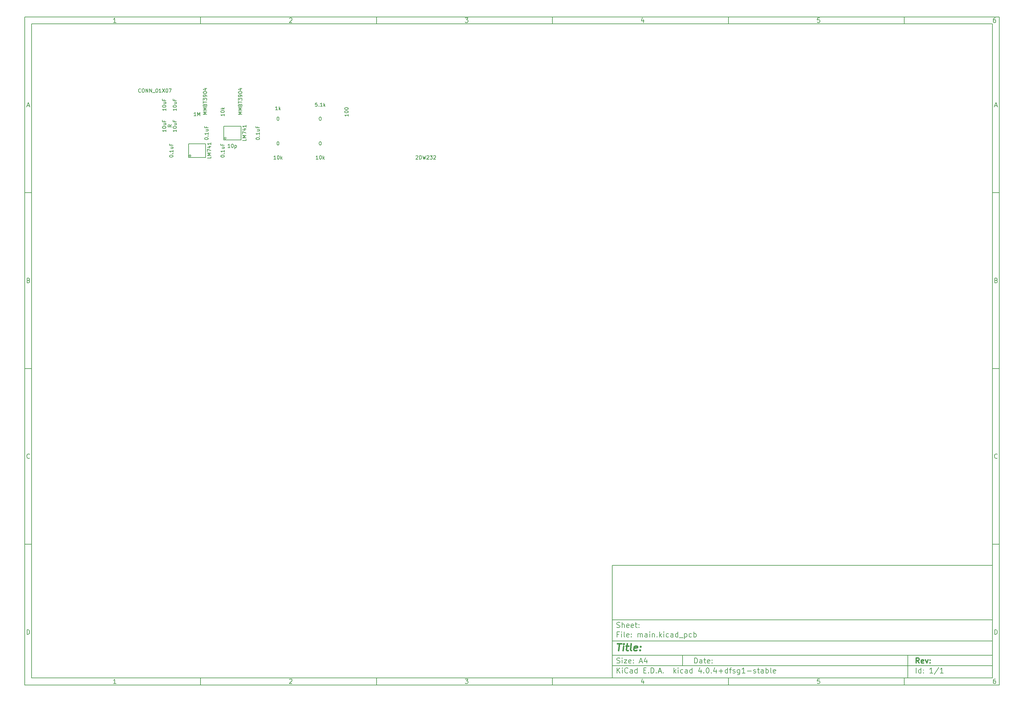
<source format=gbr>
G04 #@! TF.FileFunction,Other,Fab,Top*
%FSLAX46Y46*%
G04 Gerber Fmt 4.6, Leading zero omitted, Abs format (unit mm)*
G04 Created by KiCad (PCBNEW 4.0.4+dfsg1-stable) date Wed Feb 15 14:40:24 2017*
%MOMM*%
%LPD*%
G01*
G04 APERTURE LIST*
%ADD10C,0.100000*%
%ADD11C,0.150000*%
%ADD12C,0.300000*%
%ADD13C,0.400000*%
G04 APERTURE END LIST*
D10*
D11*
X177002200Y-166007200D02*
X177002200Y-198007200D01*
X285002200Y-198007200D01*
X285002200Y-166007200D01*
X177002200Y-166007200D01*
D10*
D11*
X10000000Y-10000000D02*
X10000000Y-200007200D01*
X287002200Y-200007200D01*
X287002200Y-10000000D01*
X10000000Y-10000000D01*
D10*
D11*
X12000000Y-12000000D02*
X12000000Y-198007200D01*
X285002200Y-198007200D01*
X285002200Y-12000000D01*
X12000000Y-12000000D01*
D10*
D11*
X60000000Y-12000000D02*
X60000000Y-10000000D01*
D10*
D11*
X110000000Y-12000000D02*
X110000000Y-10000000D01*
D10*
D11*
X160000000Y-12000000D02*
X160000000Y-10000000D01*
D10*
D11*
X210000000Y-12000000D02*
X210000000Y-10000000D01*
D10*
D11*
X260000000Y-12000000D02*
X260000000Y-10000000D01*
D10*
D11*
X35990476Y-11588095D02*
X35247619Y-11588095D01*
X35619048Y-11588095D02*
X35619048Y-10288095D01*
X35495238Y-10473810D01*
X35371429Y-10597619D01*
X35247619Y-10659524D01*
D10*
D11*
X85247619Y-10411905D02*
X85309524Y-10350000D01*
X85433333Y-10288095D01*
X85742857Y-10288095D01*
X85866667Y-10350000D01*
X85928571Y-10411905D01*
X85990476Y-10535714D01*
X85990476Y-10659524D01*
X85928571Y-10845238D01*
X85185714Y-11588095D01*
X85990476Y-11588095D01*
D10*
D11*
X135185714Y-10288095D02*
X135990476Y-10288095D01*
X135557143Y-10783333D01*
X135742857Y-10783333D01*
X135866667Y-10845238D01*
X135928571Y-10907143D01*
X135990476Y-11030952D01*
X135990476Y-11340476D01*
X135928571Y-11464286D01*
X135866667Y-11526190D01*
X135742857Y-11588095D01*
X135371429Y-11588095D01*
X135247619Y-11526190D01*
X135185714Y-11464286D01*
D10*
D11*
X185866667Y-10721429D02*
X185866667Y-11588095D01*
X185557143Y-10226190D02*
X185247619Y-11154762D01*
X186052381Y-11154762D01*
D10*
D11*
X235928571Y-10288095D02*
X235309524Y-10288095D01*
X235247619Y-10907143D01*
X235309524Y-10845238D01*
X235433333Y-10783333D01*
X235742857Y-10783333D01*
X235866667Y-10845238D01*
X235928571Y-10907143D01*
X235990476Y-11030952D01*
X235990476Y-11340476D01*
X235928571Y-11464286D01*
X235866667Y-11526190D01*
X235742857Y-11588095D01*
X235433333Y-11588095D01*
X235309524Y-11526190D01*
X235247619Y-11464286D01*
D10*
D11*
X285866667Y-10288095D02*
X285619048Y-10288095D01*
X285495238Y-10350000D01*
X285433333Y-10411905D01*
X285309524Y-10597619D01*
X285247619Y-10845238D01*
X285247619Y-11340476D01*
X285309524Y-11464286D01*
X285371429Y-11526190D01*
X285495238Y-11588095D01*
X285742857Y-11588095D01*
X285866667Y-11526190D01*
X285928571Y-11464286D01*
X285990476Y-11340476D01*
X285990476Y-11030952D01*
X285928571Y-10907143D01*
X285866667Y-10845238D01*
X285742857Y-10783333D01*
X285495238Y-10783333D01*
X285371429Y-10845238D01*
X285309524Y-10907143D01*
X285247619Y-11030952D01*
D10*
D11*
X60000000Y-198007200D02*
X60000000Y-200007200D01*
D10*
D11*
X110000000Y-198007200D02*
X110000000Y-200007200D01*
D10*
D11*
X160000000Y-198007200D02*
X160000000Y-200007200D01*
D10*
D11*
X210000000Y-198007200D02*
X210000000Y-200007200D01*
D10*
D11*
X260000000Y-198007200D02*
X260000000Y-200007200D01*
D10*
D11*
X35990476Y-199595295D02*
X35247619Y-199595295D01*
X35619048Y-199595295D02*
X35619048Y-198295295D01*
X35495238Y-198481010D01*
X35371429Y-198604819D01*
X35247619Y-198666724D01*
D10*
D11*
X85247619Y-198419105D02*
X85309524Y-198357200D01*
X85433333Y-198295295D01*
X85742857Y-198295295D01*
X85866667Y-198357200D01*
X85928571Y-198419105D01*
X85990476Y-198542914D01*
X85990476Y-198666724D01*
X85928571Y-198852438D01*
X85185714Y-199595295D01*
X85990476Y-199595295D01*
D10*
D11*
X135185714Y-198295295D02*
X135990476Y-198295295D01*
X135557143Y-198790533D01*
X135742857Y-198790533D01*
X135866667Y-198852438D01*
X135928571Y-198914343D01*
X135990476Y-199038152D01*
X135990476Y-199347676D01*
X135928571Y-199471486D01*
X135866667Y-199533390D01*
X135742857Y-199595295D01*
X135371429Y-199595295D01*
X135247619Y-199533390D01*
X135185714Y-199471486D01*
D10*
D11*
X185866667Y-198728629D02*
X185866667Y-199595295D01*
X185557143Y-198233390D02*
X185247619Y-199161962D01*
X186052381Y-199161962D01*
D10*
D11*
X235928571Y-198295295D02*
X235309524Y-198295295D01*
X235247619Y-198914343D01*
X235309524Y-198852438D01*
X235433333Y-198790533D01*
X235742857Y-198790533D01*
X235866667Y-198852438D01*
X235928571Y-198914343D01*
X235990476Y-199038152D01*
X235990476Y-199347676D01*
X235928571Y-199471486D01*
X235866667Y-199533390D01*
X235742857Y-199595295D01*
X235433333Y-199595295D01*
X235309524Y-199533390D01*
X235247619Y-199471486D01*
D10*
D11*
X285866667Y-198295295D02*
X285619048Y-198295295D01*
X285495238Y-198357200D01*
X285433333Y-198419105D01*
X285309524Y-198604819D01*
X285247619Y-198852438D01*
X285247619Y-199347676D01*
X285309524Y-199471486D01*
X285371429Y-199533390D01*
X285495238Y-199595295D01*
X285742857Y-199595295D01*
X285866667Y-199533390D01*
X285928571Y-199471486D01*
X285990476Y-199347676D01*
X285990476Y-199038152D01*
X285928571Y-198914343D01*
X285866667Y-198852438D01*
X285742857Y-198790533D01*
X285495238Y-198790533D01*
X285371429Y-198852438D01*
X285309524Y-198914343D01*
X285247619Y-199038152D01*
D10*
D11*
X10000000Y-60000000D02*
X12000000Y-60000000D01*
D10*
D11*
X10000000Y-110000000D02*
X12000000Y-110000000D01*
D10*
D11*
X10000000Y-160000000D02*
X12000000Y-160000000D01*
D10*
D11*
X10690476Y-35216667D02*
X11309524Y-35216667D01*
X10566667Y-35588095D02*
X11000000Y-34288095D01*
X11433333Y-35588095D01*
D10*
D11*
X11092857Y-84907143D02*
X11278571Y-84969048D01*
X11340476Y-85030952D01*
X11402381Y-85154762D01*
X11402381Y-85340476D01*
X11340476Y-85464286D01*
X11278571Y-85526190D01*
X11154762Y-85588095D01*
X10659524Y-85588095D01*
X10659524Y-84288095D01*
X11092857Y-84288095D01*
X11216667Y-84350000D01*
X11278571Y-84411905D01*
X11340476Y-84535714D01*
X11340476Y-84659524D01*
X11278571Y-84783333D01*
X11216667Y-84845238D01*
X11092857Y-84907143D01*
X10659524Y-84907143D01*
D10*
D11*
X11402381Y-135464286D02*
X11340476Y-135526190D01*
X11154762Y-135588095D01*
X11030952Y-135588095D01*
X10845238Y-135526190D01*
X10721429Y-135402381D01*
X10659524Y-135278571D01*
X10597619Y-135030952D01*
X10597619Y-134845238D01*
X10659524Y-134597619D01*
X10721429Y-134473810D01*
X10845238Y-134350000D01*
X11030952Y-134288095D01*
X11154762Y-134288095D01*
X11340476Y-134350000D01*
X11402381Y-134411905D01*
D10*
D11*
X10659524Y-185588095D02*
X10659524Y-184288095D01*
X10969048Y-184288095D01*
X11154762Y-184350000D01*
X11278571Y-184473810D01*
X11340476Y-184597619D01*
X11402381Y-184845238D01*
X11402381Y-185030952D01*
X11340476Y-185278571D01*
X11278571Y-185402381D01*
X11154762Y-185526190D01*
X10969048Y-185588095D01*
X10659524Y-185588095D01*
D10*
D11*
X287002200Y-60000000D02*
X285002200Y-60000000D01*
D10*
D11*
X287002200Y-110000000D02*
X285002200Y-110000000D01*
D10*
D11*
X287002200Y-160000000D02*
X285002200Y-160000000D01*
D10*
D11*
X285692676Y-35216667D02*
X286311724Y-35216667D01*
X285568867Y-35588095D02*
X286002200Y-34288095D01*
X286435533Y-35588095D01*
D10*
D11*
X286095057Y-84907143D02*
X286280771Y-84969048D01*
X286342676Y-85030952D01*
X286404581Y-85154762D01*
X286404581Y-85340476D01*
X286342676Y-85464286D01*
X286280771Y-85526190D01*
X286156962Y-85588095D01*
X285661724Y-85588095D01*
X285661724Y-84288095D01*
X286095057Y-84288095D01*
X286218867Y-84350000D01*
X286280771Y-84411905D01*
X286342676Y-84535714D01*
X286342676Y-84659524D01*
X286280771Y-84783333D01*
X286218867Y-84845238D01*
X286095057Y-84907143D01*
X285661724Y-84907143D01*
D10*
D11*
X286404581Y-135464286D02*
X286342676Y-135526190D01*
X286156962Y-135588095D01*
X286033152Y-135588095D01*
X285847438Y-135526190D01*
X285723629Y-135402381D01*
X285661724Y-135278571D01*
X285599819Y-135030952D01*
X285599819Y-134845238D01*
X285661724Y-134597619D01*
X285723629Y-134473810D01*
X285847438Y-134350000D01*
X286033152Y-134288095D01*
X286156962Y-134288095D01*
X286342676Y-134350000D01*
X286404581Y-134411905D01*
D10*
D11*
X285661724Y-185588095D02*
X285661724Y-184288095D01*
X285971248Y-184288095D01*
X286156962Y-184350000D01*
X286280771Y-184473810D01*
X286342676Y-184597619D01*
X286404581Y-184845238D01*
X286404581Y-185030952D01*
X286342676Y-185278571D01*
X286280771Y-185402381D01*
X286156962Y-185526190D01*
X285971248Y-185588095D01*
X285661724Y-185588095D01*
D10*
D11*
X200359343Y-193785771D02*
X200359343Y-192285771D01*
X200716486Y-192285771D01*
X200930771Y-192357200D01*
X201073629Y-192500057D01*
X201145057Y-192642914D01*
X201216486Y-192928629D01*
X201216486Y-193142914D01*
X201145057Y-193428629D01*
X201073629Y-193571486D01*
X200930771Y-193714343D01*
X200716486Y-193785771D01*
X200359343Y-193785771D01*
X202502200Y-193785771D02*
X202502200Y-193000057D01*
X202430771Y-192857200D01*
X202287914Y-192785771D01*
X202002200Y-192785771D01*
X201859343Y-192857200D01*
X202502200Y-193714343D02*
X202359343Y-193785771D01*
X202002200Y-193785771D01*
X201859343Y-193714343D01*
X201787914Y-193571486D01*
X201787914Y-193428629D01*
X201859343Y-193285771D01*
X202002200Y-193214343D01*
X202359343Y-193214343D01*
X202502200Y-193142914D01*
X203002200Y-192785771D02*
X203573629Y-192785771D01*
X203216486Y-192285771D02*
X203216486Y-193571486D01*
X203287914Y-193714343D01*
X203430772Y-193785771D01*
X203573629Y-193785771D01*
X204645057Y-193714343D02*
X204502200Y-193785771D01*
X204216486Y-193785771D01*
X204073629Y-193714343D01*
X204002200Y-193571486D01*
X204002200Y-193000057D01*
X204073629Y-192857200D01*
X204216486Y-192785771D01*
X204502200Y-192785771D01*
X204645057Y-192857200D01*
X204716486Y-193000057D01*
X204716486Y-193142914D01*
X204002200Y-193285771D01*
X205359343Y-193642914D02*
X205430771Y-193714343D01*
X205359343Y-193785771D01*
X205287914Y-193714343D01*
X205359343Y-193642914D01*
X205359343Y-193785771D01*
X205359343Y-192857200D02*
X205430771Y-192928629D01*
X205359343Y-193000057D01*
X205287914Y-192928629D01*
X205359343Y-192857200D01*
X205359343Y-193000057D01*
D10*
D11*
X177002200Y-194507200D02*
X285002200Y-194507200D01*
D10*
D11*
X178359343Y-196585771D02*
X178359343Y-195085771D01*
X179216486Y-196585771D02*
X178573629Y-195728629D01*
X179216486Y-195085771D02*
X178359343Y-195942914D01*
X179859343Y-196585771D02*
X179859343Y-195585771D01*
X179859343Y-195085771D02*
X179787914Y-195157200D01*
X179859343Y-195228629D01*
X179930771Y-195157200D01*
X179859343Y-195085771D01*
X179859343Y-195228629D01*
X181430772Y-196442914D02*
X181359343Y-196514343D01*
X181145057Y-196585771D01*
X181002200Y-196585771D01*
X180787915Y-196514343D01*
X180645057Y-196371486D01*
X180573629Y-196228629D01*
X180502200Y-195942914D01*
X180502200Y-195728629D01*
X180573629Y-195442914D01*
X180645057Y-195300057D01*
X180787915Y-195157200D01*
X181002200Y-195085771D01*
X181145057Y-195085771D01*
X181359343Y-195157200D01*
X181430772Y-195228629D01*
X182716486Y-196585771D02*
X182716486Y-195800057D01*
X182645057Y-195657200D01*
X182502200Y-195585771D01*
X182216486Y-195585771D01*
X182073629Y-195657200D01*
X182716486Y-196514343D02*
X182573629Y-196585771D01*
X182216486Y-196585771D01*
X182073629Y-196514343D01*
X182002200Y-196371486D01*
X182002200Y-196228629D01*
X182073629Y-196085771D01*
X182216486Y-196014343D01*
X182573629Y-196014343D01*
X182716486Y-195942914D01*
X184073629Y-196585771D02*
X184073629Y-195085771D01*
X184073629Y-196514343D02*
X183930772Y-196585771D01*
X183645058Y-196585771D01*
X183502200Y-196514343D01*
X183430772Y-196442914D01*
X183359343Y-196300057D01*
X183359343Y-195871486D01*
X183430772Y-195728629D01*
X183502200Y-195657200D01*
X183645058Y-195585771D01*
X183930772Y-195585771D01*
X184073629Y-195657200D01*
X185930772Y-195800057D02*
X186430772Y-195800057D01*
X186645058Y-196585771D02*
X185930772Y-196585771D01*
X185930772Y-195085771D01*
X186645058Y-195085771D01*
X187287915Y-196442914D02*
X187359343Y-196514343D01*
X187287915Y-196585771D01*
X187216486Y-196514343D01*
X187287915Y-196442914D01*
X187287915Y-196585771D01*
X188002201Y-196585771D02*
X188002201Y-195085771D01*
X188359344Y-195085771D01*
X188573629Y-195157200D01*
X188716487Y-195300057D01*
X188787915Y-195442914D01*
X188859344Y-195728629D01*
X188859344Y-195942914D01*
X188787915Y-196228629D01*
X188716487Y-196371486D01*
X188573629Y-196514343D01*
X188359344Y-196585771D01*
X188002201Y-196585771D01*
X189502201Y-196442914D02*
X189573629Y-196514343D01*
X189502201Y-196585771D01*
X189430772Y-196514343D01*
X189502201Y-196442914D01*
X189502201Y-196585771D01*
X190145058Y-196157200D02*
X190859344Y-196157200D01*
X190002201Y-196585771D02*
X190502201Y-195085771D01*
X191002201Y-196585771D01*
X191502201Y-196442914D02*
X191573629Y-196514343D01*
X191502201Y-196585771D01*
X191430772Y-196514343D01*
X191502201Y-196442914D01*
X191502201Y-196585771D01*
X194502201Y-196585771D02*
X194502201Y-195085771D01*
X194645058Y-196014343D02*
X195073629Y-196585771D01*
X195073629Y-195585771D02*
X194502201Y-196157200D01*
X195716487Y-196585771D02*
X195716487Y-195585771D01*
X195716487Y-195085771D02*
X195645058Y-195157200D01*
X195716487Y-195228629D01*
X195787915Y-195157200D01*
X195716487Y-195085771D01*
X195716487Y-195228629D01*
X197073630Y-196514343D02*
X196930773Y-196585771D01*
X196645059Y-196585771D01*
X196502201Y-196514343D01*
X196430773Y-196442914D01*
X196359344Y-196300057D01*
X196359344Y-195871486D01*
X196430773Y-195728629D01*
X196502201Y-195657200D01*
X196645059Y-195585771D01*
X196930773Y-195585771D01*
X197073630Y-195657200D01*
X198359344Y-196585771D02*
X198359344Y-195800057D01*
X198287915Y-195657200D01*
X198145058Y-195585771D01*
X197859344Y-195585771D01*
X197716487Y-195657200D01*
X198359344Y-196514343D02*
X198216487Y-196585771D01*
X197859344Y-196585771D01*
X197716487Y-196514343D01*
X197645058Y-196371486D01*
X197645058Y-196228629D01*
X197716487Y-196085771D01*
X197859344Y-196014343D01*
X198216487Y-196014343D01*
X198359344Y-195942914D01*
X199716487Y-196585771D02*
X199716487Y-195085771D01*
X199716487Y-196514343D02*
X199573630Y-196585771D01*
X199287916Y-196585771D01*
X199145058Y-196514343D01*
X199073630Y-196442914D01*
X199002201Y-196300057D01*
X199002201Y-195871486D01*
X199073630Y-195728629D01*
X199145058Y-195657200D01*
X199287916Y-195585771D01*
X199573630Y-195585771D01*
X199716487Y-195657200D01*
X202216487Y-195585771D02*
X202216487Y-196585771D01*
X201859344Y-195014343D02*
X201502201Y-196085771D01*
X202430773Y-196085771D01*
X203002201Y-196442914D02*
X203073629Y-196514343D01*
X203002201Y-196585771D01*
X202930772Y-196514343D01*
X203002201Y-196442914D01*
X203002201Y-196585771D01*
X204002201Y-195085771D02*
X204145058Y-195085771D01*
X204287915Y-195157200D01*
X204359344Y-195228629D01*
X204430773Y-195371486D01*
X204502201Y-195657200D01*
X204502201Y-196014343D01*
X204430773Y-196300057D01*
X204359344Y-196442914D01*
X204287915Y-196514343D01*
X204145058Y-196585771D01*
X204002201Y-196585771D01*
X203859344Y-196514343D01*
X203787915Y-196442914D01*
X203716487Y-196300057D01*
X203645058Y-196014343D01*
X203645058Y-195657200D01*
X203716487Y-195371486D01*
X203787915Y-195228629D01*
X203859344Y-195157200D01*
X204002201Y-195085771D01*
X205145058Y-196442914D02*
X205216486Y-196514343D01*
X205145058Y-196585771D01*
X205073629Y-196514343D01*
X205145058Y-196442914D01*
X205145058Y-196585771D01*
X206502201Y-195585771D02*
X206502201Y-196585771D01*
X206145058Y-195014343D02*
X205787915Y-196085771D01*
X206716487Y-196085771D01*
X207287915Y-196014343D02*
X208430772Y-196014343D01*
X207859343Y-196585771D02*
X207859343Y-195442914D01*
X209787915Y-196585771D02*
X209787915Y-195085771D01*
X209787915Y-196514343D02*
X209645058Y-196585771D01*
X209359344Y-196585771D01*
X209216486Y-196514343D01*
X209145058Y-196442914D01*
X209073629Y-196300057D01*
X209073629Y-195871486D01*
X209145058Y-195728629D01*
X209216486Y-195657200D01*
X209359344Y-195585771D01*
X209645058Y-195585771D01*
X209787915Y-195657200D01*
X210287915Y-195585771D02*
X210859344Y-195585771D01*
X210502201Y-196585771D02*
X210502201Y-195300057D01*
X210573629Y-195157200D01*
X210716487Y-195085771D01*
X210859344Y-195085771D01*
X211287915Y-196514343D02*
X211430772Y-196585771D01*
X211716487Y-196585771D01*
X211859344Y-196514343D01*
X211930772Y-196371486D01*
X211930772Y-196300057D01*
X211859344Y-196157200D01*
X211716487Y-196085771D01*
X211502201Y-196085771D01*
X211359344Y-196014343D01*
X211287915Y-195871486D01*
X211287915Y-195800057D01*
X211359344Y-195657200D01*
X211502201Y-195585771D01*
X211716487Y-195585771D01*
X211859344Y-195657200D01*
X213216487Y-195585771D02*
X213216487Y-196800057D01*
X213145058Y-196942914D01*
X213073630Y-197014343D01*
X212930773Y-197085771D01*
X212716487Y-197085771D01*
X212573630Y-197014343D01*
X213216487Y-196514343D02*
X213073630Y-196585771D01*
X212787916Y-196585771D01*
X212645058Y-196514343D01*
X212573630Y-196442914D01*
X212502201Y-196300057D01*
X212502201Y-195871486D01*
X212573630Y-195728629D01*
X212645058Y-195657200D01*
X212787916Y-195585771D01*
X213073630Y-195585771D01*
X213216487Y-195657200D01*
X214716487Y-196585771D02*
X213859344Y-196585771D01*
X214287916Y-196585771D02*
X214287916Y-195085771D01*
X214145059Y-195300057D01*
X214002201Y-195442914D01*
X213859344Y-195514343D01*
X215359344Y-196014343D02*
X216502201Y-196014343D01*
X217145058Y-196514343D02*
X217287915Y-196585771D01*
X217573630Y-196585771D01*
X217716487Y-196514343D01*
X217787915Y-196371486D01*
X217787915Y-196300057D01*
X217716487Y-196157200D01*
X217573630Y-196085771D01*
X217359344Y-196085771D01*
X217216487Y-196014343D01*
X217145058Y-195871486D01*
X217145058Y-195800057D01*
X217216487Y-195657200D01*
X217359344Y-195585771D01*
X217573630Y-195585771D01*
X217716487Y-195657200D01*
X218216487Y-195585771D02*
X218787916Y-195585771D01*
X218430773Y-195085771D02*
X218430773Y-196371486D01*
X218502201Y-196514343D01*
X218645059Y-196585771D01*
X218787916Y-196585771D01*
X219930773Y-196585771D02*
X219930773Y-195800057D01*
X219859344Y-195657200D01*
X219716487Y-195585771D01*
X219430773Y-195585771D01*
X219287916Y-195657200D01*
X219930773Y-196514343D02*
X219787916Y-196585771D01*
X219430773Y-196585771D01*
X219287916Y-196514343D01*
X219216487Y-196371486D01*
X219216487Y-196228629D01*
X219287916Y-196085771D01*
X219430773Y-196014343D01*
X219787916Y-196014343D01*
X219930773Y-195942914D01*
X220645059Y-196585771D02*
X220645059Y-195085771D01*
X220645059Y-195657200D02*
X220787916Y-195585771D01*
X221073630Y-195585771D01*
X221216487Y-195657200D01*
X221287916Y-195728629D01*
X221359345Y-195871486D01*
X221359345Y-196300057D01*
X221287916Y-196442914D01*
X221216487Y-196514343D01*
X221073630Y-196585771D01*
X220787916Y-196585771D01*
X220645059Y-196514343D01*
X222216488Y-196585771D02*
X222073630Y-196514343D01*
X222002202Y-196371486D01*
X222002202Y-195085771D01*
X223359344Y-196514343D02*
X223216487Y-196585771D01*
X222930773Y-196585771D01*
X222787916Y-196514343D01*
X222716487Y-196371486D01*
X222716487Y-195800057D01*
X222787916Y-195657200D01*
X222930773Y-195585771D01*
X223216487Y-195585771D01*
X223359344Y-195657200D01*
X223430773Y-195800057D01*
X223430773Y-195942914D01*
X222716487Y-196085771D01*
D10*
D11*
X177002200Y-191507200D02*
X285002200Y-191507200D01*
D10*
D12*
X264216486Y-193785771D02*
X263716486Y-193071486D01*
X263359343Y-193785771D02*
X263359343Y-192285771D01*
X263930771Y-192285771D01*
X264073629Y-192357200D01*
X264145057Y-192428629D01*
X264216486Y-192571486D01*
X264216486Y-192785771D01*
X264145057Y-192928629D01*
X264073629Y-193000057D01*
X263930771Y-193071486D01*
X263359343Y-193071486D01*
X265430771Y-193714343D02*
X265287914Y-193785771D01*
X265002200Y-193785771D01*
X264859343Y-193714343D01*
X264787914Y-193571486D01*
X264787914Y-193000057D01*
X264859343Y-192857200D01*
X265002200Y-192785771D01*
X265287914Y-192785771D01*
X265430771Y-192857200D01*
X265502200Y-193000057D01*
X265502200Y-193142914D01*
X264787914Y-193285771D01*
X266002200Y-192785771D02*
X266359343Y-193785771D01*
X266716485Y-192785771D01*
X267287914Y-193642914D02*
X267359342Y-193714343D01*
X267287914Y-193785771D01*
X267216485Y-193714343D01*
X267287914Y-193642914D01*
X267287914Y-193785771D01*
X267287914Y-192857200D02*
X267359342Y-192928629D01*
X267287914Y-193000057D01*
X267216485Y-192928629D01*
X267287914Y-192857200D01*
X267287914Y-193000057D01*
D10*
D11*
X178287914Y-193714343D02*
X178502200Y-193785771D01*
X178859343Y-193785771D01*
X179002200Y-193714343D01*
X179073629Y-193642914D01*
X179145057Y-193500057D01*
X179145057Y-193357200D01*
X179073629Y-193214343D01*
X179002200Y-193142914D01*
X178859343Y-193071486D01*
X178573629Y-193000057D01*
X178430771Y-192928629D01*
X178359343Y-192857200D01*
X178287914Y-192714343D01*
X178287914Y-192571486D01*
X178359343Y-192428629D01*
X178430771Y-192357200D01*
X178573629Y-192285771D01*
X178930771Y-192285771D01*
X179145057Y-192357200D01*
X179787914Y-193785771D02*
X179787914Y-192785771D01*
X179787914Y-192285771D02*
X179716485Y-192357200D01*
X179787914Y-192428629D01*
X179859342Y-192357200D01*
X179787914Y-192285771D01*
X179787914Y-192428629D01*
X180359343Y-192785771D02*
X181145057Y-192785771D01*
X180359343Y-193785771D01*
X181145057Y-193785771D01*
X182287914Y-193714343D02*
X182145057Y-193785771D01*
X181859343Y-193785771D01*
X181716486Y-193714343D01*
X181645057Y-193571486D01*
X181645057Y-193000057D01*
X181716486Y-192857200D01*
X181859343Y-192785771D01*
X182145057Y-192785771D01*
X182287914Y-192857200D01*
X182359343Y-193000057D01*
X182359343Y-193142914D01*
X181645057Y-193285771D01*
X183002200Y-193642914D02*
X183073628Y-193714343D01*
X183002200Y-193785771D01*
X182930771Y-193714343D01*
X183002200Y-193642914D01*
X183002200Y-193785771D01*
X183002200Y-192857200D02*
X183073628Y-192928629D01*
X183002200Y-193000057D01*
X182930771Y-192928629D01*
X183002200Y-192857200D01*
X183002200Y-193000057D01*
X184787914Y-193357200D02*
X185502200Y-193357200D01*
X184645057Y-193785771D02*
X185145057Y-192285771D01*
X185645057Y-193785771D01*
X186787914Y-192785771D02*
X186787914Y-193785771D01*
X186430771Y-192214343D02*
X186073628Y-193285771D01*
X187002200Y-193285771D01*
D10*
D11*
X263359343Y-196585771D02*
X263359343Y-195085771D01*
X264716486Y-196585771D02*
X264716486Y-195085771D01*
X264716486Y-196514343D02*
X264573629Y-196585771D01*
X264287915Y-196585771D01*
X264145057Y-196514343D01*
X264073629Y-196442914D01*
X264002200Y-196300057D01*
X264002200Y-195871486D01*
X264073629Y-195728629D01*
X264145057Y-195657200D01*
X264287915Y-195585771D01*
X264573629Y-195585771D01*
X264716486Y-195657200D01*
X265430772Y-196442914D02*
X265502200Y-196514343D01*
X265430772Y-196585771D01*
X265359343Y-196514343D01*
X265430772Y-196442914D01*
X265430772Y-196585771D01*
X265430772Y-195657200D02*
X265502200Y-195728629D01*
X265430772Y-195800057D01*
X265359343Y-195728629D01*
X265430772Y-195657200D01*
X265430772Y-195800057D01*
X268073629Y-196585771D02*
X267216486Y-196585771D01*
X267645058Y-196585771D02*
X267645058Y-195085771D01*
X267502201Y-195300057D01*
X267359343Y-195442914D01*
X267216486Y-195514343D01*
X269787914Y-195014343D02*
X268502200Y-196942914D01*
X271073629Y-196585771D02*
X270216486Y-196585771D01*
X270645058Y-196585771D02*
X270645058Y-195085771D01*
X270502201Y-195300057D01*
X270359343Y-195442914D01*
X270216486Y-195514343D01*
D10*
D11*
X177002200Y-187507200D02*
X285002200Y-187507200D01*
D10*
D13*
X178454581Y-188211962D02*
X179597438Y-188211962D01*
X178776010Y-190211962D02*
X179026010Y-188211962D01*
X180014105Y-190211962D02*
X180180771Y-188878629D01*
X180264105Y-188211962D02*
X180156962Y-188307200D01*
X180240295Y-188402438D01*
X180347439Y-188307200D01*
X180264105Y-188211962D01*
X180240295Y-188402438D01*
X180847438Y-188878629D02*
X181609343Y-188878629D01*
X181216486Y-188211962D02*
X181002200Y-189926248D01*
X181073630Y-190116724D01*
X181252201Y-190211962D01*
X181442677Y-190211962D01*
X182395058Y-190211962D02*
X182216487Y-190116724D01*
X182145057Y-189926248D01*
X182359343Y-188211962D01*
X183930772Y-190116724D02*
X183728391Y-190211962D01*
X183347439Y-190211962D01*
X183168867Y-190116724D01*
X183097438Y-189926248D01*
X183192676Y-189164343D01*
X183311724Y-188973867D01*
X183514105Y-188878629D01*
X183895057Y-188878629D01*
X184073629Y-188973867D01*
X184145057Y-189164343D01*
X184121248Y-189354819D01*
X183145057Y-189545295D01*
X184895057Y-190021486D02*
X184978392Y-190116724D01*
X184871248Y-190211962D01*
X184787915Y-190116724D01*
X184895057Y-190021486D01*
X184871248Y-190211962D01*
X185026010Y-188973867D02*
X185109344Y-189069105D01*
X185002200Y-189164343D01*
X184918867Y-189069105D01*
X185026010Y-188973867D01*
X185002200Y-189164343D01*
D10*
D11*
X178859343Y-185600057D02*
X178359343Y-185600057D01*
X178359343Y-186385771D02*
X178359343Y-184885771D01*
X179073629Y-184885771D01*
X179645057Y-186385771D02*
X179645057Y-185385771D01*
X179645057Y-184885771D02*
X179573628Y-184957200D01*
X179645057Y-185028629D01*
X179716485Y-184957200D01*
X179645057Y-184885771D01*
X179645057Y-185028629D01*
X180573629Y-186385771D02*
X180430771Y-186314343D01*
X180359343Y-186171486D01*
X180359343Y-184885771D01*
X181716485Y-186314343D02*
X181573628Y-186385771D01*
X181287914Y-186385771D01*
X181145057Y-186314343D01*
X181073628Y-186171486D01*
X181073628Y-185600057D01*
X181145057Y-185457200D01*
X181287914Y-185385771D01*
X181573628Y-185385771D01*
X181716485Y-185457200D01*
X181787914Y-185600057D01*
X181787914Y-185742914D01*
X181073628Y-185885771D01*
X182430771Y-186242914D02*
X182502199Y-186314343D01*
X182430771Y-186385771D01*
X182359342Y-186314343D01*
X182430771Y-186242914D01*
X182430771Y-186385771D01*
X182430771Y-185457200D02*
X182502199Y-185528629D01*
X182430771Y-185600057D01*
X182359342Y-185528629D01*
X182430771Y-185457200D01*
X182430771Y-185600057D01*
X184287914Y-186385771D02*
X184287914Y-185385771D01*
X184287914Y-185528629D02*
X184359342Y-185457200D01*
X184502200Y-185385771D01*
X184716485Y-185385771D01*
X184859342Y-185457200D01*
X184930771Y-185600057D01*
X184930771Y-186385771D01*
X184930771Y-185600057D02*
X185002200Y-185457200D01*
X185145057Y-185385771D01*
X185359342Y-185385771D01*
X185502200Y-185457200D01*
X185573628Y-185600057D01*
X185573628Y-186385771D01*
X186930771Y-186385771D02*
X186930771Y-185600057D01*
X186859342Y-185457200D01*
X186716485Y-185385771D01*
X186430771Y-185385771D01*
X186287914Y-185457200D01*
X186930771Y-186314343D02*
X186787914Y-186385771D01*
X186430771Y-186385771D01*
X186287914Y-186314343D01*
X186216485Y-186171486D01*
X186216485Y-186028629D01*
X186287914Y-185885771D01*
X186430771Y-185814343D01*
X186787914Y-185814343D01*
X186930771Y-185742914D01*
X187645057Y-186385771D02*
X187645057Y-185385771D01*
X187645057Y-184885771D02*
X187573628Y-184957200D01*
X187645057Y-185028629D01*
X187716485Y-184957200D01*
X187645057Y-184885771D01*
X187645057Y-185028629D01*
X188359343Y-185385771D02*
X188359343Y-186385771D01*
X188359343Y-185528629D02*
X188430771Y-185457200D01*
X188573629Y-185385771D01*
X188787914Y-185385771D01*
X188930771Y-185457200D01*
X189002200Y-185600057D01*
X189002200Y-186385771D01*
X189716486Y-186242914D02*
X189787914Y-186314343D01*
X189716486Y-186385771D01*
X189645057Y-186314343D01*
X189716486Y-186242914D01*
X189716486Y-186385771D01*
X190430772Y-186385771D02*
X190430772Y-184885771D01*
X190573629Y-185814343D02*
X191002200Y-186385771D01*
X191002200Y-185385771D02*
X190430772Y-185957200D01*
X191645058Y-186385771D02*
X191645058Y-185385771D01*
X191645058Y-184885771D02*
X191573629Y-184957200D01*
X191645058Y-185028629D01*
X191716486Y-184957200D01*
X191645058Y-184885771D01*
X191645058Y-185028629D01*
X193002201Y-186314343D02*
X192859344Y-186385771D01*
X192573630Y-186385771D01*
X192430772Y-186314343D01*
X192359344Y-186242914D01*
X192287915Y-186100057D01*
X192287915Y-185671486D01*
X192359344Y-185528629D01*
X192430772Y-185457200D01*
X192573630Y-185385771D01*
X192859344Y-185385771D01*
X193002201Y-185457200D01*
X194287915Y-186385771D02*
X194287915Y-185600057D01*
X194216486Y-185457200D01*
X194073629Y-185385771D01*
X193787915Y-185385771D01*
X193645058Y-185457200D01*
X194287915Y-186314343D02*
X194145058Y-186385771D01*
X193787915Y-186385771D01*
X193645058Y-186314343D01*
X193573629Y-186171486D01*
X193573629Y-186028629D01*
X193645058Y-185885771D01*
X193787915Y-185814343D01*
X194145058Y-185814343D01*
X194287915Y-185742914D01*
X195645058Y-186385771D02*
X195645058Y-184885771D01*
X195645058Y-186314343D02*
X195502201Y-186385771D01*
X195216487Y-186385771D01*
X195073629Y-186314343D01*
X195002201Y-186242914D01*
X194930772Y-186100057D01*
X194930772Y-185671486D01*
X195002201Y-185528629D01*
X195073629Y-185457200D01*
X195216487Y-185385771D01*
X195502201Y-185385771D01*
X195645058Y-185457200D01*
X196002201Y-186528629D02*
X197145058Y-186528629D01*
X197502201Y-185385771D02*
X197502201Y-186885771D01*
X197502201Y-185457200D02*
X197645058Y-185385771D01*
X197930772Y-185385771D01*
X198073629Y-185457200D01*
X198145058Y-185528629D01*
X198216487Y-185671486D01*
X198216487Y-186100057D01*
X198145058Y-186242914D01*
X198073629Y-186314343D01*
X197930772Y-186385771D01*
X197645058Y-186385771D01*
X197502201Y-186314343D01*
X199502201Y-186314343D02*
X199359344Y-186385771D01*
X199073630Y-186385771D01*
X198930772Y-186314343D01*
X198859344Y-186242914D01*
X198787915Y-186100057D01*
X198787915Y-185671486D01*
X198859344Y-185528629D01*
X198930772Y-185457200D01*
X199073630Y-185385771D01*
X199359344Y-185385771D01*
X199502201Y-185457200D01*
X200145058Y-186385771D02*
X200145058Y-184885771D01*
X200145058Y-185457200D02*
X200287915Y-185385771D01*
X200573629Y-185385771D01*
X200716486Y-185457200D01*
X200787915Y-185528629D01*
X200859344Y-185671486D01*
X200859344Y-186100057D01*
X200787915Y-186242914D01*
X200716486Y-186314343D01*
X200573629Y-186385771D01*
X200287915Y-186385771D01*
X200145058Y-186314343D01*
D10*
D11*
X177002200Y-181507200D02*
X285002200Y-181507200D01*
D10*
D11*
X178287914Y-183614343D02*
X178502200Y-183685771D01*
X178859343Y-183685771D01*
X179002200Y-183614343D01*
X179073629Y-183542914D01*
X179145057Y-183400057D01*
X179145057Y-183257200D01*
X179073629Y-183114343D01*
X179002200Y-183042914D01*
X178859343Y-182971486D01*
X178573629Y-182900057D01*
X178430771Y-182828629D01*
X178359343Y-182757200D01*
X178287914Y-182614343D01*
X178287914Y-182471486D01*
X178359343Y-182328629D01*
X178430771Y-182257200D01*
X178573629Y-182185771D01*
X178930771Y-182185771D01*
X179145057Y-182257200D01*
X179787914Y-183685771D02*
X179787914Y-182185771D01*
X180430771Y-183685771D02*
X180430771Y-182900057D01*
X180359342Y-182757200D01*
X180216485Y-182685771D01*
X180002200Y-182685771D01*
X179859342Y-182757200D01*
X179787914Y-182828629D01*
X181716485Y-183614343D02*
X181573628Y-183685771D01*
X181287914Y-183685771D01*
X181145057Y-183614343D01*
X181073628Y-183471486D01*
X181073628Y-182900057D01*
X181145057Y-182757200D01*
X181287914Y-182685771D01*
X181573628Y-182685771D01*
X181716485Y-182757200D01*
X181787914Y-182900057D01*
X181787914Y-183042914D01*
X181073628Y-183185771D01*
X183002199Y-183614343D02*
X182859342Y-183685771D01*
X182573628Y-183685771D01*
X182430771Y-183614343D01*
X182359342Y-183471486D01*
X182359342Y-182900057D01*
X182430771Y-182757200D01*
X182573628Y-182685771D01*
X182859342Y-182685771D01*
X183002199Y-182757200D01*
X183073628Y-182900057D01*
X183073628Y-183042914D01*
X182359342Y-183185771D01*
X183502199Y-182685771D02*
X184073628Y-182685771D01*
X183716485Y-182185771D02*
X183716485Y-183471486D01*
X183787913Y-183614343D01*
X183930771Y-183685771D01*
X184073628Y-183685771D01*
X184573628Y-183542914D02*
X184645056Y-183614343D01*
X184573628Y-183685771D01*
X184502199Y-183614343D01*
X184573628Y-183542914D01*
X184573628Y-183685771D01*
X184573628Y-182757200D02*
X184645056Y-182828629D01*
X184573628Y-182900057D01*
X184502199Y-182828629D01*
X184573628Y-182757200D01*
X184573628Y-182900057D01*
D10*
D11*
X197002200Y-191507200D02*
X197002200Y-194507200D01*
D10*
D11*
X261002200Y-191507200D02*
X261002200Y-198007200D01*
X57250000Y-49500000D02*
G75*
G03X57250000Y-49500000I-250000J0D01*
G01*
X56550000Y-49950000D02*
X61450000Y-49950000D01*
X56550000Y-46050000D02*
X56550000Y-49950000D01*
X61450000Y-46050000D02*
X56550000Y-46050000D01*
X61450000Y-49950000D02*
X61450000Y-46050000D01*
X67250000Y-44500000D02*
G75*
G03X67250000Y-44500000I-250000J0D01*
G01*
X66550000Y-44950000D02*
X71450000Y-44950000D01*
X66550000Y-41050000D02*
X66550000Y-44950000D01*
X71450000Y-41050000D02*
X66550000Y-41050000D01*
X71450000Y-44950000D02*
X71450000Y-41050000D01*
X61752381Y-37690476D02*
X60752381Y-37690476D01*
X61466667Y-37357142D01*
X60752381Y-37023809D01*
X61752381Y-37023809D01*
X61752381Y-36547619D02*
X60752381Y-36547619D01*
X61466667Y-36214285D01*
X60752381Y-35880952D01*
X61752381Y-35880952D01*
X61228571Y-35071428D02*
X61276190Y-34928571D01*
X61323810Y-34880952D01*
X61419048Y-34833333D01*
X61561905Y-34833333D01*
X61657143Y-34880952D01*
X61704762Y-34928571D01*
X61752381Y-35023809D01*
X61752381Y-35404762D01*
X60752381Y-35404762D01*
X60752381Y-35071428D01*
X60800000Y-34976190D01*
X60847619Y-34928571D01*
X60942857Y-34880952D01*
X61038095Y-34880952D01*
X61133333Y-34928571D01*
X61180952Y-34976190D01*
X61228571Y-35071428D01*
X61228571Y-35404762D01*
X60752381Y-34547619D02*
X60752381Y-33976190D01*
X61752381Y-34261905D02*
X60752381Y-34261905D01*
X60752381Y-33738095D02*
X60752381Y-33119047D01*
X61133333Y-33452381D01*
X61133333Y-33309523D01*
X61180952Y-33214285D01*
X61228571Y-33166666D01*
X61323810Y-33119047D01*
X61561905Y-33119047D01*
X61657143Y-33166666D01*
X61704762Y-33214285D01*
X61752381Y-33309523D01*
X61752381Y-33595238D01*
X61704762Y-33690476D01*
X61657143Y-33738095D01*
X61752381Y-32642857D02*
X61752381Y-32452381D01*
X61704762Y-32357142D01*
X61657143Y-32309523D01*
X61514286Y-32214285D01*
X61323810Y-32166666D01*
X60942857Y-32166666D01*
X60847619Y-32214285D01*
X60800000Y-32261904D01*
X60752381Y-32357142D01*
X60752381Y-32547619D01*
X60800000Y-32642857D01*
X60847619Y-32690476D01*
X60942857Y-32738095D01*
X61180952Y-32738095D01*
X61276190Y-32690476D01*
X61323810Y-32642857D01*
X61371429Y-32547619D01*
X61371429Y-32357142D01*
X61323810Y-32261904D01*
X61276190Y-32214285D01*
X61180952Y-32166666D01*
X60752381Y-31547619D02*
X60752381Y-31452380D01*
X60800000Y-31357142D01*
X60847619Y-31309523D01*
X60942857Y-31261904D01*
X61133333Y-31214285D01*
X61371429Y-31214285D01*
X61561905Y-31261904D01*
X61657143Y-31309523D01*
X61704762Y-31357142D01*
X61752381Y-31452380D01*
X61752381Y-31547619D01*
X61704762Y-31642857D01*
X61657143Y-31690476D01*
X61561905Y-31738095D01*
X61371429Y-31785714D01*
X61133333Y-31785714D01*
X60942857Y-31738095D01*
X60847619Y-31690476D01*
X60800000Y-31642857D01*
X60752381Y-31547619D01*
X61085714Y-30357142D02*
X61752381Y-30357142D01*
X60704762Y-30595238D02*
X61419048Y-30833333D01*
X61419048Y-30214285D01*
X53152381Y-42071428D02*
X53152381Y-42642857D01*
X53152381Y-42357143D02*
X52152381Y-42357143D01*
X52295238Y-42452381D01*
X52390476Y-42547619D01*
X52438095Y-42642857D01*
X52152381Y-41452381D02*
X52152381Y-41357142D01*
X52200000Y-41261904D01*
X52247619Y-41214285D01*
X52342857Y-41166666D01*
X52533333Y-41119047D01*
X52771429Y-41119047D01*
X52961905Y-41166666D01*
X53057143Y-41214285D01*
X53104762Y-41261904D01*
X53152381Y-41357142D01*
X53152381Y-41452381D01*
X53104762Y-41547619D01*
X53057143Y-41595238D01*
X52961905Y-41642857D01*
X52771429Y-41690476D01*
X52533333Y-41690476D01*
X52342857Y-41642857D01*
X52247619Y-41595238D01*
X52200000Y-41547619D01*
X52152381Y-41452381D01*
X52485714Y-40261904D02*
X53152381Y-40261904D01*
X52485714Y-40690476D02*
X53009524Y-40690476D01*
X53104762Y-40642857D01*
X53152381Y-40547619D01*
X53152381Y-40404761D01*
X53104762Y-40309523D01*
X53057143Y-40261904D01*
X52628571Y-39452380D02*
X52628571Y-39785714D01*
X53152381Y-39785714D02*
X52152381Y-39785714D01*
X52152381Y-39309523D01*
X68357143Y-47152381D02*
X67785714Y-47152381D01*
X68071428Y-47152381D02*
X68071428Y-46152381D01*
X67976190Y-46295238D01*
X67880952Y-46390476D01*
X67785714Y-46438095D01*
X68976190Y-46152381D02*
X69071429Y-46152381D01*
X69166667Y-46200000D01*
X69214286Y-46247619D01*
X69261905Y-46342857D01*
X69309524Y-46533333D01*
X69309524Y-46771429D01*
X69261905Y-46961905D01*
X69214286Y-47057143D01*
X69166667Y-47104762D01*
X69071429Y-47152381D01*
X68976190Y-47152381D01*
X68880952Y-47104762D01*
X68833333Y-47057143D01*
X68785714Y-46961905D01*
X68738095Y-46771429D01*
X68738095Y-46533333D01*
X68785714Y-46342857D01*
X68833333Y-46247619D01*
X68880952Y-46200000D01*
X68976190Y-46152381D01*
X69738095Y-46485714D02*
X69738095Y-47485714D01*
X69738095Y-46533333D02*
X69833333Y-46485714D01*
X70023810Y-46485714D01*
X70119048Y-46533333D01*
X70166667Y-46580952D01*
X70214286Y-46676190D01*
X70214286Y-46961905D01*
X70166667Y-47057143D01*
X70119048Y-47104762D01*
X70023810Y-47152381D01*
X69833333Y-47152381D01*
X69738095Y-47104762D01*
X50152381Y-36071428D02*
X50152381Y-36642857D01*
X50152381Y-36357143D02*
X49152381Y-36357143D01*
X49295238Y-36452381D01*
X49390476Y-36547619D01*
X49438095Y-36642857D01*
X49152381Y-35452381D02*
X49152381Y-35357142D01*
X49200000Y-35261904D01*
X49247619Y-35214285D01*
X49342857Y-35166666D01*
X49533333Y-35119047D01*
X49771429Y-35119047D01*
X49961905Y-35166666D01*
X50057143Y-35214285D01*
X50104762Y-35261904D01*
X50152381Y-35357142D01*
X50152381Y-35452381D01*
X50104762Y-35547619D01*
X50057143Y-35595238D01*
X49961905Y-35642857D01*
X49771429Y-35690476D01*
X49533333Y-35690476D01*
X49342857Y-35642857D01*
X49247619Y-35595238D01*
X49200000Y-35547619D01*
X49152381Y-35452381D01*
X49485714Y-34261904D02*
X50152381Y-34261904D01*
X49485714Y-34690476D02*
X50009524Y-34690476D01*
X50104762Y-34642857D01*
X50152381Y-34547619D01*
X50152381Y-34404761D01*
X50104762Y-34309523D01*
X50057143Y-34261904D01*
X49628571Y-33452380D02*
X49628571Y-33785714D01*
X50152381Y-33785714D02*
X49152381Y-33785714D01*
X49152381Y-33309523D01*
X65752381Y-49642857D02*
X65752381Y-49547618D01*
X65800000Y-49452380D01*
X65847619Y-49404761D01*
X65942857Y-49357142D01*
X66133333Y-49309523D01*
X66371429Y-49309523D01*
X66561905Y-49357142D01*
X66657143Y-49404761D01*
X66704762Y-49452380D01*
X66752381Y-49547618D01*
X66752381Y-49642857D01*
X66704762Y-49738095D01*
X66657143Y-49785714D01*
X66561905Y-49833333D01*
X66371429Y-49880952D01*
X66133333Y-49880952D01*
X65942857Y-49833333D01*
X65847619Y-49785714D01*
X65800000Y-49738095D01*
X65752381Y-49642857D01*
X66657143Y-48880952D02*
X66704762Y-48833333D01*
X66752381Y-48880952D01*
X66704762Y-48928571D01*
X66657143Y-48880952D01*
X66752381Y-48880952D01*
X66752381Y-47880952D02*
X66752381Y-48452381D01*
X66752381Y-48166667D02*
X65752381Y-48166667D01*
X65895238Y-48261905D01*
X65990476Y-48357143D01*
X66038095Y-48452381D01*
X66085714Y-47023809D02*
X66752381Y-47023809D01*
X66085714Y-47452381D02*
X66609524Y-47452381D01*
X66704762Y-47404762D01*
X66752381Y-47309524D01*
X66752381Y-47166666D01*
X66704762Y-47071428D01*
X66657143Y-47023809D01*
X66228571Y-46214285D02*
X66228571Y-46547619D01*
X66752381Y-46547619D02*
X65752381Y-46547619D01*
X65752381Y-46071428D01*
X75752381Y-44642857D02*
X75752381Y-44547618D01*
X75800000Y-44452380D01*
X75847619Y-44404761D01*
X75942857Y-44357142D01*
X76133333Y-44309523D01*
X76371429Y-44309523D01*
X76561905Y-44357142D01*
X76657143Y-44404761D01*
X76704762Y-44452380D01*
X76752381Y-44547618D01*
X76752381Y-44642857D01*
X76704762Y-44738095D01*
X76657143Y-44785714D01*
X76561905Y-44833333D01*
X76371429Y-44880952D01*
X76133333Y-44880952D01*
X75942857Y-44833333D01*
X75847619Y-44785714D01*
X75800000Y-44738095D01*
X75752381Y-44642857D01*
X76657143Y-43880952D02*
X76704762Y-43833333D01*
X76752381Y-43880952D01*
X76704762Y-43928571D01*
X76657143Y-43880952D01*
X76752381Y-43880952D01*
X76752381Y-42880952D02*
X76752381Y-43452381D01*
X76752381Y-43166667D02*
X75752381Y-43166667D01*
X75895238Y-43261905D01*
X75990476Y-43357143D01*
X76038095Y-43452381D01*
X76085714Y-42023809D02*
X76752381Y-42023809D01*
X76085714Y-42452381D02*
X76609524Y-42452381D01*
X76704762Y-42404762D01*
X76752381Y-42309524D01*
X76752381Y-42166666D01*
X76704762Y-42071428D01*
X76657143Y-42023809D01*
X76228571Y-41214285D02*
X76228571Y-41547619D01*
X76752381Y-41547619D02*
X75752381Y-41547619D01*
X75752381Y-41071428D01*
X58714286Y-38152381D02*
X58142857Y-38152381D01*
X58428571Y-38152381D02*
X58428571Y-37152381D01*
X58333333Y-37295238D01*
X58238095Y-37390476D01*
X58142857Y-37438095D01*
X59142857Y-38152381D02*
X59142857Y-37152381D01*
X59476191Y-37866667D01*
X59809524Y-37152381D01*
X59809524Y-38152381D01*
X66752381Y-37595238D02*
X66752381Y-38166667D01*
X66752381Y-37880953D02*
X65752381Y-37880953D01*
X65895238Y-37976191D01*
X65990476Y-38071429D01*
X66038095Y-38166667D01*
X65752381Y-36976191D02*
X65752381Y-36880952D01*
X65800000Y-36785714D01*
X65847619Y-36738095D01*
X65942857Y-36690476D01*
X66133333Y-36642857D01*
X66371429Y-36642857D01*
X66561905Y-36690476D01*
X66657143Y-36738095D01*
X66704762Y-36785714D01*
X66752381Y-36880952D01*
X66752381Y-36976191D01*
X66704762Y-37071429D01*
X66657143Y-37119048D01*
X66561905Y-37166667D01*
X66371429Y-37214286D01*
X66133333Y-37214286D01*
X65942857Y-37166667D01*
X65847619Y-37119048D01*
X65800000Y-37071429D01*
X65752381Y-36976191D01*
X66752381Y-36214286D02*
X65752381Y-36214286D01*
X66371429Y-36119048D02*
X66752381Y-35833333D01*
X66085714Y-35833333D02*
X66466667Y-36214286D01*
X62952381Y-49690476D02*
X62952381Y-50166667D01*
X61952381Y-50166667D01*
X62952381Y-49357143D02*
X61952381Y-49357143D01*
X62666667Y-49023809D01*
X61952381Y-48690476D01*
X62952381Y-48690476D01*
X61952381Y-48309524D02*
X61952381Y-47642857D01*
X62952381Y-48071429D01*
X62285714Y-46833333D02*
X62952381Y-46833333D01*
X61904762Y-47071429D02*
X62619048Y-47309524D01*
X62619048Y-46690476D01*
X62952381Y-45785714D02*
X62952381Y-46357143D01*
X62952381Y-46071429D02*
X61952381Y-46071429D01*
X62095238Y-46166667D01*
X62190476Y-46261905D01*
X62238095Y-46357143D01*
X72952381Y-44690476D02*
X72952381Y-45166667D01*
X71952381Y-45166667D01*
X72952381Y-44357143D02*
X71952381Y-44357143D01*
X72666667Y-44023809D01*
X71952381Y-43690476D01*
X72952381Y-43690476D01*
X71952381Y-43309524D02*
X71952381Y-42642857D01*
X72952381Y-43071429D01*
X72285714Y-41833333D02*
X72952381Y-41833333D01*
X71904762Y-42071429D02*
X72619048Y-42309524D01*
X72619048Y-41690476D01*
X72952381Y-40785714D02*
X72952381Y-41357143D01*
X72952381Y-41071429D02*
X71952381Y-41071429D01*
X72095238Y-41166667D01*
X72190476Y-41261905D01*
X72238095Y-41357143D01*
X71752381Y-37690476D02*
X70752381Y-37690476D01*
X71466667Y-37357142D01*
X70752381Y-37023809D01*
X71752381Y-37023809D01*
X71752381Y-36547619D02*
X70752381Y-36547619D01*
X71466667Y-36214285D01*
X70752381Y-35880952D01*
X71752381Y-35880952D01*
X71228571Y-35071428D02*
X71276190Y-34928571D01*
X71323810Y-34880952D01*
X71419048Y-34833333D01*
X71561905Y-34833333D01*
X71657143Y-34880952D01*
X71704762Y-34928571D01*
X71752381Y-35023809D01*
X71752381Y-35404762D01*
X70752381Y-35404762D01*
X70752381Y-35071428D01*
X70800000Y-34976190D01*
X70847619Y-34928571D01*
X70942857Y-34880952D01*
X71038095Y-34880952D01*
X71133333Y-34928571D01*
X71180952Y-34976190D01*
X71228571Y-35071428D01*
X71228571Y-35404762D01*
X70752381Y-34547619D02*
X70752381Y-33976190D01*
X71752381Y-34261905D02*
X70752381Y-34261905D01*
X70752381Y-33738095D02*
X70752381Y-33119047D01*
X71133333Y-33452381D01*
X71133333Y-33309523D01*
X71180952Y-33214285D01*
X71228571Y-33166666D01*
X71323810Y-33119047D01*
X71561905Y-33119047D01*
X71657143Y-33166666D01*
X71704762Y-33214285D01*
X71752381Y-33309523D01*
X71752381Y-33595238D01*
X71704762Y-33690476D01*
X71657143Y-33738095D01*
X71752381Y-32642857D02*
X71752381Y-32452381D01*
X71704762Y-32357142D01*
X71657143Y-32309523D01*
X71514286Y-32214285D01*
X71323810Y-32166666D01*
X70942857Y-32166666D01*
X70847619Y-32214285D01*
X70800000Y-32261904D01*
X70752381Y-32357142D01*
X70752381Y-32547619D01*
X70800000Y-32642857D01*
X70847619Y-32690476D01*
X70942857Y-32738095D01*
X71180952Y-32738095D01*
X71276190Y-32690476D01*
X71323810Y-32642857D01*
X71371429Y-32547619D01*
X71371429Y-32357142D01*
X71323810Y-32261904D01*
X71276190Y-32214285D01*
X71180952Y-32166666D01*
X70752381Y-31547619D02*
X70752381Y-31452380D01*
X70800000Y-31357142D01*
X70847619Y-31309523D01*
X70942857Y-31261904D01*
X71133333Y-31214285D01*
X71371429Y-31214285D01*
X71561905Y-31261904D01*
X71657143Y-31309523D01*
X71704762Y-31357142D01*
X71752381Y-31452380D01*
X71752381Y-31547619D01*
X71704762Y-31642857D01*
X71657143Y-31690476D01*
X71561905Y-31738095D01*
X71371429Y-31785714D01*
X71133333Y-31785714D01*
X70942857Y-31738095D01*
X70847619Y-31690476D01*
X70800000Y-31642857D01*
X70752381Y-31547619D01*
X71085714Y-30357142D02*
X71752381Y-30357142D01*
X70704762Y-30595238D02*
X71419048Y-30833333D01*
X71419048Y-30214285D01*
X81880953Y-36468381D02*
X81309524Y-36468381D01*
X81595238Y-36468381D02*
X81595238Y-35468381D01*
X81500000Y-35611238D01*
X81404762Y-35706476D01*
X81309524Y-35754095D01*
X82309524Y-36468381D02*
X82309524Y-35468381D01*
X82404762Y-36087429D02*
X82690477Y-36468381D01*
X82690477Y-35801714D02*
X82309524Y-36182667D01*
X81404762Y-50452381D02*
X80833333Y-50452381D01*
X81119047Y-50452381D02*
X81119047Y-49452381D01*
X81023809Y-49595238D01*
X80928571Y-49690476D01*
X80833333Y-49738095D01*
X82023809Y-49452381D02*
X82119048Y-49452381D01*
X82214286Y-49500000D01*
X82261905Y-49547619D01*
X82309524Y-49642857D01*
X82357143Y-49833333D01*
X82357143Y-50071429D01*
X82309524Y-50261905D01*
X82261905Y-50357143D01*
X82214286Y-50404762D01*
X82119048Y-50452381D01*
X82023809Y-50452381D01*
X81928571Y-50404762D01*
X81880952Y-50357143D01*
X81833333Y-50261905D01*
X81785714Y-50071429D01*
X81785714Y-49833333D01*
X81833333Y-49642857D01*
X81880952Y-49547619D01*
X81928571Y-49500000D01*
X82023809Y-49452381D01*
X82785714Y-50452381D02*
X82785714Y-49452381D01*
X82880952Y-50071429D02*
X83166667Y-50452381D01*
X83166667Y-49785714D02*
X82785714Y-50166667D01*
X101944381Y-37666666D02*
X101944381Y-38238095D01*
X101944381Y-37952381D02*
X100944381Y-37952381D01*
X101087238Y-38047619D01*
X101182476Y-38142857D01*
X101230095Y-38238095D01*
X100944381Y-37047619D02*
X100944381Y-36952380D01*
X100992000Y-36857142D01*
X101039619Y-36809523D01*
X101134857Y-36761904D01*
X101325333Y-36714285D01*
X101563429Y-36714285D01*
X101753905Y-36761904D01*
X101849143Y-36809523D01*
X101896762Y-36857142D01*
X101944381Y-36952380D01*
X101944381Y-37047619D01*
X101896762Y-37142857D01*
X101849143Y-37190476D01*
X101753905Y-37238095D01*
X101563429Y-37285714D01*
X101325333Y-37285714D01*
X101134857Y-37238095D01*
X101039619Y-37190476D01*
X100992000Y-37142857D01*
X100944381Y-37047619D01*
X100944381Y-36095238D02*
X100944381Y-35999999D01*
X100992000Y-35904761D01*
X101039619Y-35857142D01*
X101134857Y-35809523D01*
X101325333Y-35761904D01*
X101563429Y-35761904D01*
X101753905Y-35809523D01*
X101849143Y-35857142D01*
X101896762Y-35904761D01*
X101944381Y-35999999D01*
X101944381Y-36095238D01*
X101896762Y-36190476D01*
X101849143Y-36238095D01*
X101753905Y-36285714D01*
X101563429Y-36333333D01*
X101325333Y-36333333D01*
X101134857Y-36285714D01*
X101039619Y-36238095D01*
X100992000Y-36190476D01*
X100944381Y-36095238D01*
X93119048Y-34452381D02*
X92642857Y-34452381D01*
X92595238Y-34928571D01*
X92642857Y-34880952D01*
X92738095Y-34833333D01*
X92976191Y-34833333D01*
X93071429Y-34880952D01*
X93119048Y-34928571D01*
X93166667Y-35023810D01*
X93166667Y-35261905D01*
X93119048Y-35357143D01*
X93071429Y-35404762D01*
X92976191Y-35452381D01*
X92738095Y-35452381D01*
X92642857Y-35404762D01*
X92595238Y-35357143D01*
X93595238Y-35357143D02*
X93642857Y-35404762D01*
X93595238Y-35452381D01*
X93547619Y-35404762D01*
X93595238Y-35357143D01*
X93595238Y-35452381D01*
X94595238Y-35452381D02*
X94023809Y-35452381D01*
X94309523Y-35452381D02*
X94309523Y-34452381D01*
X94214285Y-34595238D01*
X94119047Y-34690476D01*
X94023809Y-34738095D01*
X95023809Y-35452381D02*
X95023809Y-34452381D01*
X95119047Y-35071429D02*
X95404762Y-35452381D01*
X95404762Y-34785714D02*
X95023809Y-35166667D01*
X93404762Y-50452381D02*
X92833333Y-50452381D01*
X93119047Y-50452381D02*
X93119047Y-49452381D01*
X93023809Y-49595238D01*
X92928571Y-49690476D01*
X92833333Y-49738095D01*
X94023809Y-49452381D02*
X94119048Y-49452381D01*
X94214286Y-49500000D01*
X94261905Y-49547619D01*
X94309524Y-49642857D01*
X94357143Y-49833333D01*
X94357143Y-50071429D01*
X94309524Y-50261905D01*
X94261905Y-50357143D01*
X94214286Y-50404762D01*
X94119048Y-50452381D01*
X94023809Y-50452381D01*
X93928571Y-50404762D01*
X93880952Y-50357143D01*
X93833333Y-50261905D01*
X93785714Y-50071429D01*
X93785714Y-49833333D01*
X93833333Y-49642857D01*
X93880952Y-49547619D01*
X93928571Y-49500000D01*
X94023809Y-49452381D01*
X94785714Y-50452381D02*
X94785714Y-49452381D01*
X94880952Y-50071429D02*
X95166667Y-50452381D01*
X95166667Y-49785714D02*
X94785714Y-50166667D01*
X121214286Y-49547619D02*
X121261905Y-49500000D01*
X121357143Y-49452381D01*
X121595239Y-49452381D01*
X121690477Y-49500000D01*
X121738096Y-49547619D01*
X121785715Y-49642857D01*
X121785715Y-49738095D01*
X121738096Y-49880952D01*
X121166667Y-50452381D01*
X121785715Y-50452381D01*
X122214286Y-50452381D02*
X122214286Y-49452381D01*
X122452381Y-49452381D01*
X122595239Y-49500000D01*
X122690477Y-49595238D01*
X122738096Y-49690476D01*
X122785715Y-49880952D01*
X122785715Y-50023810D01*
X122738096Y-50214286D01*
X122690477Y-50309524D01*
X122595239Y-50404762D01*
X122452381Y-50452381D01*
X122214286Y-50452381D01*
X123119048Y-49452381D02*
X123357143Y-50452381D01*
X123547620Y-49738095D01*
X123738096Y-50452381D01*
X123976191Y-49452381D01*
X124309524Y-49547619D02*
X124357143Y-49500000D01*
X124452381Y-49452381D01*
X124690477Y-49452381D01*
X124785715Y-49500000D01*
X124833334Y-49547619D01*
X124880953Y-49642857D01*
X124880953Y-49738095D01*
X124833334Y-49880952D01*
X124261905Y-50452381D01*
X124880953Y-50452381D01*
X125214286Y-49452381D02*
X125833334Y-49452381D01*
X125500000Y-49833333D01*
X125642858Y-49833333D01*
X125738096Y-49880952D01*
X125785715Y-49928571D01*
X125833334Y-50023810D01*
X125833334Y-50261905D01*
X125785715Y-50357143D01*
X125738096Y-50404762D01*
X125642858Y-50452381D01*
X125357143Y-50452381D01*
X125261905Y-50404762D01*
X125214286Y-50357143D01*
X126214286Y-49547619D02*
X126261905Y-49500000D01*
X126357143Y-49452381D01*
X126595239Y-49452381D01*
X126690477Y-49500000D01*
X126738096Y-49547619D01*
X126785715Y-49642857D01*
X126785715Y-49738095D01*
X126738096Y-49880952D01*
X126166667Y-50452381D01*
X126785715Y-50452381D01*
X53152381Y-36071428D02*
X53152381Y-36642857D01*
X53152381Y-36357143D02*
X52152381Y-36357143D01*
X52295238Y-36452381D01*
X52390476Y-36547619D01*
X52438095Y-36642857D01*
X52152381Y-35452381D02*
X52152381Y-35357142D01*
X52200000Y-35261904D01*
X52247619Y-35214285D01*
X52342857Y-35166666D01*
X52533333Y-35119047D01*
X52771429Y-35119047D01*
X52961905Y-35166666D01*
X53057143Y-35214285D01*
X53104762Y-35261904D01*
X53152381Y-35357142D01*
X53152381Y-35452381D01*
X53104762Y-35547619D01*
X53057143Y-35595238D01*
X52961905Y-35642857D01*
X52771429Y-35690476D01*
X52533333Y-35690476D01*
X52342857Y-35642857D01*
X52247619Y-35595238D01*
X52200000Y-35547619D01*
X52152381Y-35452381D01*
X52485714Y-34261904D02*
X53152381Y-34261904D01*
X52485714Y-34690476D02*
X53009524Y-34690476D01*
X53104762Y-34642857D01*
X53152381Y-34547619D01*
X53152381Y-34404761D01*
X53104762Y-34309523D01*
X53057143Y-34261904D01*
X52628571Y-33452380D02*
X52628571Y-33785714D01*
X53152381Y-33785714D02*
X52152381Y-33785714D01*
X52152381Y-33309523D01*
X51152381Y-49642857D02*
X51152381Y-49547618D01*
X51200000Y-49452380D01*
X51247619Y-49404761D01*
X51342857Y-49357142D01*
X51533333Y-49309523D01*
X51771429Y-49309523D01*
X51961905Y-49357142D01*
X52057143Y-49404761D01*
X52104762Y-49452380D01*
X52152381Y-49547618D01*
X52152381Y-49642857D01*
X52104762Y-49738095D01*
X52057143Y-49785714D01*
X51961905Y-49833333D01*
X51771429Y-49880952D01*
X51533333Y-49880952D01*
X51342857Y-49833333D01*
X51247619Y-49785714D01*
X51200000Y-49738095D01*
X51152381Y-49642857D01*
X52057143Y-48880952D02*
X52104762Y-48833333D01*
X52152381Y-48880952D01*
X52104762Y-48928571D01*
X52057143Y-48880952D01*
X52152381Y-48880952D01*
X52152381Y-47880952D02*
X52152381Y-48452381D01*
X52152381Y-48166667D02*
X51152381Y-48166667D01*
X51295238Y-48261905D01*
X51390476Y-48357143D01*
X51438095Y-48452381D01*
X51485714Y-47023809D02*
X52152381Y-47023809D01*
X51485714Y-47452381D02*
X52009524Y-47452381D01*
X52104762Y-47404762D01*
X52152381Y-47309524D01*
X52152381Y-47166666D01*
X52104762Y-47071428D01*
X52057143Y-47023809D01*
X51628571Y-46214285D02*
X51628571Y-46547619D01*
X52152381Y-46547619D02*
X51152381Y-46547619D01*
X51152381Y-46071428D01*
X61152381Y-44642857D02*
X61152381Y-44547618D01*
X61200000Y-44452380D01*
X61247619Y-44404761D01*
X61342857Y-44357142D01*
X61533333Y-44309523D01*
X61771429Y-44309523D01*
X61961905Y-44357142D01*
X62057143Y-44404761D01*
X62104762Y-44452380D01*
X62152381Y-44547618D01*
X62152381Y-44642857D01*
X62104762Y-44738095D01*
X62057143Y-44785714D01*
X61961905Y-44833333D01*
X61771429Y-44880952D01*
X61533333Y-44880952D01*
X61342857Y-44833333D01*
X61247619Y-44785714D01*
X61200000Y-44738095D01*
X61152381Y-44642857D01*
X62057143Y-43880952D02*
X62104762Y-43833333D01*
X62152381Y-43880952D01*
X62104762Y-43928571D01*
X62057143Y-43880952D01*
X62152381Y-43880952D01*
X62152381Y-42880952D02*
X62152381Y-43452381D01*
X62152381Y-43166667D02*
X61152381Y-43166667D01*
X61295238Y-43261905D01*
X61390476Y-43357143D01*
X61438095Y-43452381D01*
X61485714Y-42023809D02*
X62152381Y-42023809D01*
X61485714Y-42452381D02*
X62009524Y-42452381D01*
X62104762Y-42404762D01*
X62152381Y-42309524D01*
X62152381Y-42166666D01*
X62104762Y-42071428D01*
X62057143Y-42023809D01*
X61628571Y-41214285D02*
X61628571Y-41547619D01*
X62152381Y-41547619D02*
X61152381Y-41547619D01*
X61152381Y-41071428D01*
X42976191Y-31357143D02*
X42928572Y-31404762D01*
X42785715Y-31452381D01*
X42690477Y-31452381D01*
X42547619Y-31404762D01*
X42452381Y-31309524D01*
X42404762Y-31214286D01*
X42357143Y-31023810D01*
X42357143Y-30880952D01*
X42404762Y-30690476D01*
X42452381Y-30595238D01*
X42547619Y-30500000D01*
X42690477Y-30452381D01*
X42785715Y-30452381D01*
X42928572Y-30500000D01*
X42976191Y-30547619D01*
X43595238Y-30452381D02*
X43785715Y-30452381D01*
X43880953Y-30500000D01*
X43976191Y-30595238D01*
X44023810Y-30785714D01*
X44023810Y-31119048D01*
X43976191Y-31309524D01*
X43880953Y-31404762D01*
X43785715Y-31452381D01*
X43595238Y-31452381D01*
X43500000Y-31404762D01*
X43404762Y-31309524D01*
X43357143Y-31119048D01*
X43357143Y-30785714D01*
X43404762Y-30595238D01*
X43500000Y-30500000D01*
X43595238Y-30452381D01*
X44452381Y-31452381D02*
X44452381Y-30452381D01*
X45023810Y-31452381D01*
X45023810Y-30452381D01*
X45500000Y-31452381D02*
X45500000Y-30452381D01*
X46071429Y-31452381D01*
X46071429Y-30452381D01*
X46309524Y-31547619D02*
X47071429Y-31547619D01*
X47500000Y-30452381D02*
X47595239Y-30452381D01*
X47690477Y-30500000D01*
X47738096Y-30547619D01*
X47785715Y-30642857D01*
X47833334Y-30833333D01*
X47833334Y-31071429D01*
X47785715Y-31261905D01*
X47738096Y-31357143D01*
X47690477Y-31404762D01*
X47595239Y-31452381D01*
X47500000Y-31452381D01*
X47404762Y-31404762D01*
X47357143Y-31357143D01*
X47309524Y-31261905D01*
X47261905Y-31071429D01*
X47261905Y-30833333D01*
X47309524Y-30642857D01*
X47357143Y-30547619D01*
X47404762Y-30500000D01*
X47500000Y-30452381D01*
X48785715Y-31452381D02*
X48214286Y-31452381D01*
X48500000Y-31452381D02*
X48500000Y-30452381D01*
X48404762Y-30595238D01*
X48309524Y-30690476D01*
X48214286Y-30738095D01*
X49119048Y-30452381D02*
X49785715Y-31452381D01*
X49785715Y-30452381D02*
X49119048Y-31452381D01*
X50357143Y-30452381D02*
X50452382Y-30452381D01*
X50547620Y-30500000D01*
X50595239Y-30547619D01*
X50642858Y-30642857D01*
X50690477Y-30833333D01*
X50690477Y-31071429D01*
X50642858Y-31261905D01*
X50595239Y-31357143D01*
X50547620Y-31404762D01*
X50452382Y-31452381D01*
X50357143Y-31452381D01*
X50261905Y-31404762D01*
X50214286Y-31357143D01*
X50166667Y-31261905D01*
X50119048Y-31071429D01*
X50119048Y-30833333D01*
X50166667Y-30642857D01*
X50214286Y-30547619D01*
X50261905Y-30500000D01*
X50357143Y-30452381D01*
X51023810Y-30452381D02*
X51690477Y-30452381D01*
X51261905Y-31452381D01*
X51752381Y-40690476D02*
X51276190Y-41023810D01*
X51752381Y-41261905D02*
X50752381Y-41261905D01*
X50752381Y-40880952D01*
X50800000Y-40785714D01*
X50847619Y-40738095D01*
X50942857Y-40690476D01*
X51085714Y-40690476D01*
X51180952Y-40738095D01*
X51228571Y-40785714D01*
X51276190Y-40880952D01*
X51276190Y-41261905D01*
X50152381Y-42071428D02*
X50152381Y-42642857D01*
X50152381Y-42357143D02*
X49152381Y-42357143D01*
X49295238Y-42452381D01*
X49390476Y-42547619D01*
X49438095Y-42642857D01*
X49152381Y-41452381D02*
X49152381Y-41357142D01*
X49200000Y-41261904D01*
X49247619Y-41214285D01*
X49342857Y-41166666D01*
X49533333Y-41119047D01*
X49771429Y-41119047D01*
X49961905Y-41166666D01*
X50057143Y-41214285D01*
X50104762Y-41261904D01*
X50152381Y-41357142D01*
X50152381Y-41452381D01*
X50104762Y-41547619D01*
X50057143Y-41595238D01*
X49961905Y-41642857D01*
X49771429Y-41690476D01*
X49533333Y-41690476D01*
X49342857Y-41642857D01*
X49247619Y-41595238D01*
X49200000Y-41547619D01*
X49152381Y-41452381D01*
X49485714Y-40261904D02*
X50152381Y-40261904D01*
X49485714Y-40690476D02*
X50009524Y-40690476D01*
X50104762Y-40642857D01*
X50152381Y-40547619D01*
X50152381Y-40404761D01*
X50104762Y-40309523D01*
X50057143Y-40261904D01*
X49628571Y-39452380D02*
X49628571Y-39785714D01*
X50152381Y-39785714D02*
X49152381Y-39785714D01*
X49152381Y-39309523D01*
X81952381Y-38452381D02*
X82047620Y-38452381D01*
X82142858Y-38500000D01*
X82190477Y-38547619D01*
X82238096Y-38642857D01*
X82285715Y-38833333D01*
X82285715Y-39071429D01*
X82238096Y-39261905D01*
X82190477Y-39357143D01*
X82142858Y-39404762D01*
X82047620Y-39452381D01*
X81952381Y-39452381D01*
X81857143Y-39404762D01*
X81809524Y-39357143D01*
X81761905Y-39261905D01*
X81714286Y-39071429D01*
X81714286Y-38833333D01*
X81761905Y-38642857D01*
X81809524Y-38547619D01*
X81857143Y-38500000D01*
X81952381Y-38452381D01*
X81952381Y-45452381D02*
X82047620Y-45452381D01*
X82142858Y-45500000D01*
X82190477Y-45547619D01*
X82238096Y-45642857D01*
X82285715Y-45833333D01*
X82285715Y-46071429D01*
X82238096Y-46261905D01*
X82190477Y-46357143D01*
X82142858Y-46404762D01*
X82047620Y-46452381D01*
X81952381Y-46452381D01*
X81857143Y-46404762D01*
X81809524Y-46357143D01*
X81761905Y-46261905D01*
X81714286Y-46071429D01*
X81714286Y-45833333D01*
X81761905Y-45642857D01*
X81809524Y-45547619D01*
X81857143Y-45500000D01*
X81952381Y-45452381D01*
X93952381Y-38452381D02*
X94047620Y-38452381D01*
X94142858Y-38500000D01*
X94190477Y-38547619D01*
X94238096Y-38642857D01*
X94285715Y-38833333D01*
X94285715Y-39071429D01*
X94238096Y-39261905D01*
X94190477Y-39357143D01*
X94142858Y-39404762D01*
X94047620Y-39452381D01*
X93952381Y-39452381D01*
X93857143Y-39404762D01*
X93809524Y-39357143D01*
X93761905Y-39261905D01*
X93714286Y-39071429D01*
X93714286Y-38833333D01*
X93761905Y-38642857D01*
X93809524Y-38547619D01*
X93857143Y-38500000D01*
X93952381Y-38452381D01*
X93952381Y-45452381D02*
X94047620Y-45452381D01*
X94142858Y-45500000D01*
X94190477Y-45547619D01*
X94238096Y-45642857D01*
X94285715Y-45833333D01*
X94285715Y-46071429D01*
X94238096Y-46261905D01*
X94190477Y-46357143D01*
X94142858Y-46404762D01*
X94047620Y-46452381D01*
X93952381Y-46452381D01*
X93857143Y-46404762D01*
X93809524Y-46357143D01*
X93761905Y-46261905D01*
X93714286Y-46071429D01*
X93714286Y-45833333D01*
X93761905Y-45642857D01*
X93809524Y-45547619D01*
X93857143Y-45500000D01*
X93952381Y-45452381D01*
M02*

</source>
